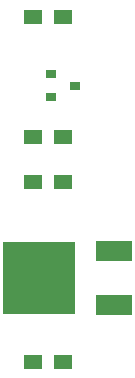
<source format=gbr>
G04 #@! TF.GenerationSoftware,KiCad,Pcbnew,5.0.0-rc2*
G04 #@! TF.CreationDate,2018-12-06T01:23:10-05:00*
G04 #@! TF.ProjectId,msp_shield,6D73705F736869656C642E6B69636164,rev?*
G04 #@! TF.SameCoordinates,Original*
G04 #@! TF.FileFunction,Paste,Top*
G04 #@! TF.FilePolarity,Positive*
%FSLAX46Y46*%
G04 Gerber Fmt 4.6, Leading zero omitted, Abs format (unit mm)*
G04 Created by KiCad (PCBNEW 5.0.0-rc2) date Thu Dec  6 01:23:10 2018*
%MOMM*%
%LPD*%
G01*
G04 APERTURE LIST*
%ADD10R,1.500000X1.250000*%
%ADD11R,3.048000X1.651000*%
%ADD12R,6.096000X6.096000*%
%ADD13R,0.900000X0.800000*%
G04 APERTURE END LIST*
D10*
G04 #@! TO.C,C1*
X131446646Y-101644226D03*
X133946646Y-101644226D03*
G04 #@! TD*
G04 #@! TO.C,C2*
X131446646Y-86404226D03*
X133946646Y-86404226D03*
G04 #@! TD*
G04 #@! TO.C,C3*
X133946646Y-82594226D03*
X131446646Y-82594226D03*
G04 #@! TD*
G04 #@! TO.C,C4*
X131426646Y-72434226D03*
X133926646Y-72434226D03*
G04 #@! TD*
D11*
G04 #@! TO.C,U1*
X138284646Y-96818226D03*
D12*
X131934646Y-94532226D03*
D11*
X138284646Y-92246226D03*
G04 #@! TD*
D13*
G04 #@! TO.C,U2*
X132966646Y-77326226D03*
X132966646Y-79226226D03*
X134966646Y-78276226D03*
G04 #@! TD*
M02*

</source>
